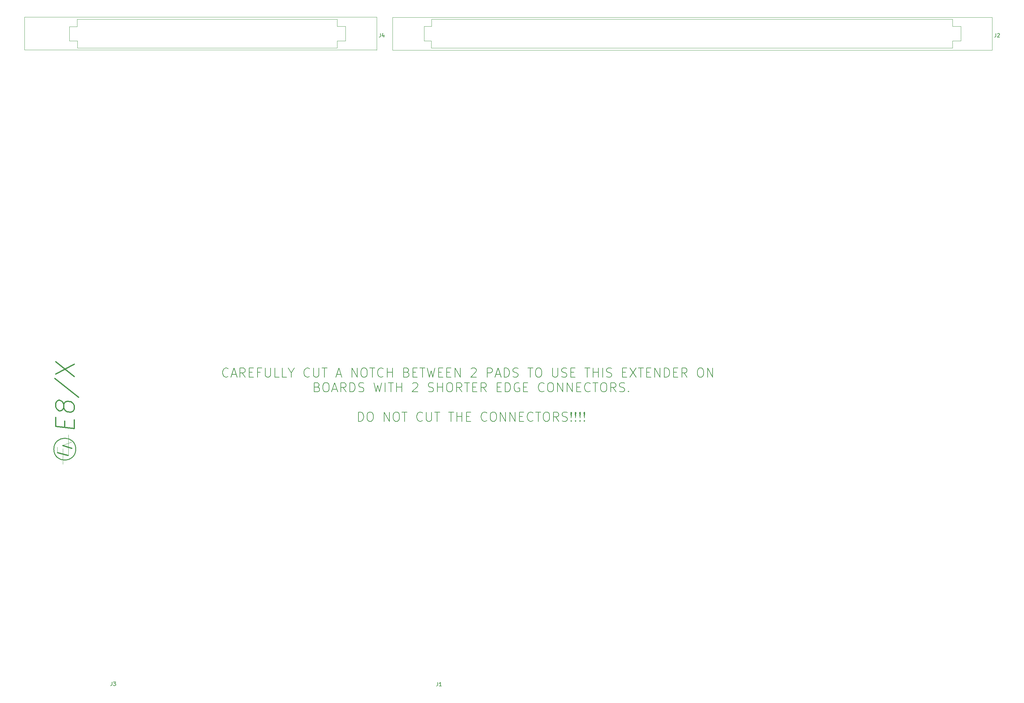
<source format=gbr>
%TF.GenerationSoftware,KiCad,Pcbnew,(6.0.4-0)*%
%TF.CreationDate,2024-05-14T14:00:00+10:00*%
%TF.ProjectId,EXTENDER CARDS,45585445-4e44-4455-9220-43415244532e,rev?*%
%TF.SameCoordinates,Original*%
%TF.FileFunction,Legend,Top*%
%TF.FilePolarity,Positive*%
%FSLAX46Y46*%
G04 Gerber Fmt 4.6, Leading zero omitted, Abs format (unit mm)*
G04 Created by KiCad (PCBNEW (6.0.4-0)) date 2024-05-14 14:00:00*
%MOMM*%
%LPD*%
G01*
G04 APERTURE LIST*
%ADD10C,0.150000*%
%ADD11C,0.300000*%
%ADD12C,0.240000*%
%ADD13C,0.120000*%
G04 APERTURE END LIST*
D10*
X116611904Y-119555357D02*
X116492857Y-119674404D01*
X116135714Y-119793452D01*
X115897619Y-119793452D01*
X115540476Y-119674404D01*
X115302380Y-119436309D01*
X115183333Y-119198214D01*
X115064285Y-118722023D01*
X115064285Y-118364880D01*
X115183333Y-117888690D01*
X115302380Y-117650595D01*
X115540476Y-117412500D01*
X115897619Y-117293452D01*
X116135714Y-117293452D01*
X116492857Y-117412500D01*
X116611904Y-117531547D01*
X117564285Y-119079166D02*
X118754761Y-119079166D01*
X117326190Y-119793452D02*
X118159523Y-117293452D01*
X118992857Y-119793452D01*
X121254761Y-119793452D02*
X120421428Y-118602976D01*
X119826190Y-119793452D02*
X119826190Y-117293452D01*
X120778571Y-117293452D01*
X121016666Y-117412500D01*
X121135714Y-117531547D01*
X121254761Y-117769642D01*
X121254761Y-118126785D01*
X121135714Y-118364880D01*
X121016666Y-118483928D01*
X120778571Y-118602976D01*
X119826190Y-118602976D01*
X122326190Y-118483928D02*
X123159523Y-118483928D01*
X123516666Y-119793452D02*
X122326190Y-119793452D01*
X122326190Y-117293452D01*
X123516666Y-117293452D01*
X125421428Y-118483928D02*
X124588095Y-118483928D01*
X124588095Y-119793452D02*
X124588095Y-117293452D01*
X125778571Y-117293452D01*
X126730952Y-117293452D02*
X126730952Y-119317261D01*
X126850000Y-119555357D01*
X126969047Y-119674404D01*
X127207142Y-119793452D01*
X127683333Y-119793452D01*
X127921428Y-119674404D01*
X128040476Y-119555357D01*
X128159523Y-119317261D01*
X128159523Y-117293452D01*
X130540476Y-119793452D02*
X129350000Y-119793452D01*
X129350000Y-117293452D01*
X132564285Y-119793452D02*
X131373809Y-119793452D01*
X131373809Y-117293452D01*
X133873809Y-118602976D02*
X133873809Y-119793452D01*
X133040476Y-117293452D02*
X133873809Y-118602976D01*
X134707142Y-117293452D01*
X138873809Y-119555357D02*
X138754761Y-119674404D01*
X138397619Y-119793452D01*
X138159523Y-119793452D01*
X137802380Y-119674404D01*
X137564285Y-119436309D01*
X137445238Y-119198214D01*
X137326190Y-118722023D01*
X137326190Y-118364880D01*
X137445238Y-117888690D01*
X137564285Y-117650595D01*
X137802380Y-117412500D01*
X138159523Y-117293452D01*
X138397619Y-117293452D01*
X138754761Y-117412500D01*
X138873809Y-117531547D01*
X139945238Y-117293452D02*
X139945238Y-119317261D01*
X140064285Y-119555357D01*
X140183333Y-119674404D01*
X140421428Y-119793452D01*
X140897619Y-119793452D01*
X141135714Y-119674404D01*
X141254761Y-119555357D01*
X141373809Y-119317261D01*
X141373809Y-117293452D01*
X142207142Y-117293452D02*
X143635714Y-117293452D01*
X142921428Y-119793452D02*
X142921428Y-117293452D01*
X146254761Y-119079166D02*
X147445238Y-119079166D01*
X146016666Y-119793452D02*
X146850000Y-117293452D01*
X147683333Y-119793452D01*
X150421428Y-119793452D02*
X150421428Y-117293452D01*
X151850000Y-119793452D01*
X151850000Y-117293452D01*
X153516666Y-117293452D02*
X153992857Y-117293452D01*
X154230952Y-117412500D01*
X154469047Y-117650595D01*
X154588095Y-118126785D01*
X154588095Y-118960119D01*
X154469047Y-119436309D01*
X154230952Y-119674404D01*
X153992857Y-119793452D01*
X153516666Y-119793452D01*
X153278571Y-119674404D01*
X153040476Y-119436309D01*
X152921428Y-118960119D01*
X152921428Y-118126785D01*
X153040476Y-117650595D01*
X153278571Y-117412500D01*
X153516666Y-117293452D01*
X155302380Y-117293452D02*
X156730952Y-117293452D01*
X156016666Y-119793452D02*
X156016666Y-117293452D01*
X158992857Y-119555357D02*
X158873809Y-119674404D01*
X158516666Y-119793452D01*
X158278571Y-119793452D01*
X157921428Y-119674404D01*
X157683333Y-119436309D01*
X157564285Y-119198214D01*
X157445238Y-118722023D01*
X157445238Y-118364880D01*
X157564285Y-117888690D01*
X157683333Y-117650595D01*
X157921428Y-117412500D01*
X158278571Y-117293452D01*
X158516666Y-117293452D01*
X158873809Y-117412500D01*
X158992857Y-117531547D01*
X160064285Y-119793452D02*
X160064285Y-117293452D01*
X160064285Y-118483928D02*
X161492857Y-118483928D01*
X161492857Y-119793452D02*
X161492857Y-117293452D01*
X165421428Y-118483928D02*
X165778571Y-118602976D01*
X165897619Y-118722023D01*
X166016666Y-118960119D01*
X166016666Y-119317261D01*
X165897619Y-119555357D01*
X165778571Y-119674404D01*
X165540476Y-119793452D01*
X164588095Y-119793452D01*
X164588095Y-117293452D01*
X165421428Y-117293452D01*
X165659523Y-117412500D01*
X165778571Y-117531547D01*
X165897619Y-117769642D01*
X165897619Y-118007738D01*
X165778571Y-118245833D01*
X165659523Y-118364880D01*
X165421428Y-118483928D01*
X164588095Y-118483928D01*
X167088095Y-118483928D02*
X167921428Y-118483928D01*
X168278571Y-119793452D02*
X167088095Y-119793452D01*
X167088095Y-117293452D01*
X168278571Y-117293452D01*
X168992857Y-117293452D02*
X170421428Y-117293452D01*
X169707142Y-119793452D02*
X169707142Y-117293452D01*
X171016666Y-117293452D02*
X171611904Y-119793452D01*
X172088095Y-118007738D01*
X172564285Y-119793452D01*
X173159523Y-117293452D01*
X174111904Y-118483928D02*
X174945238Y-118483928D01*
X175302380Y-119793452D02*
X174111904Y-119793452D01*
X174111904Y-117293452D01*
X175302380Y-117293452D01*
X176373809Y-118483928D02*
X177207142Y-118483928D01*
X177564285Y-119793452D02*
X176373809Y-119793452D01*
X176373809Y-117293452D01*
X177564285Y-117293452D01*
X178635714Y-119793452D02*
X178635714Y-117293452D01*
X180064285Y-119793452D01*
X180064285Y-117293452D01*
X183040476Y-117531547D02*
X183159523Y-117412500D01*
X183397619Y-117293452D01*
X183992857Y-117293452D01*
X184230952Y-117412500D01*
X184350000Y-117531547D01*
X184469047Y-117769642D01*
X184469047Y-118007738D01*
X184350000Y-118364880D01*
X182921428Y-119793452D01*
X184469047Y-119793452D01*
X187445238Y-119793452D02*
X187445238Y-117293452D01*
X188397619Y-117293452D01*
X188635714Y-117412500D01*
X188754761Y-117531547D01*
X188873809Y-117769642D01*
X188873809Y-118126785D01*
X188754761Y-118364880D01*
X188635714Y-118483928D01*
X188397619Y-118602976D01*
X187445238Y-118602976D01*
X189826190Y-119079166D02*
X191016666Y-119079166D01*
X189588095Y-119793452D02*
X190421428Y-117293452D01*
X191254761Y-119793452D01*
X192088095Y-119793452D02*
X192088095Y-117293452D01*
X192683333Y-117293452D01*
X193040476Y-117412500D01*
X193278571Y-117650595D01*
X193397619Y-117888690D01*
X193516666Y-118364880D01*
X193516666Y-118722023D01*
X193397619Y-119198214D01*
X193278571Y-119436309D01*
X193040476Y-119674404D01*
X192683333Y-119793452D01*
X192088095Y-119793452D01*
X194469047Y-119674404D02*
X194826190Y-119793452D01*
X195421428Y-119793452D01*
X195659523Y-119674404D01*
X195778571Y-119555357D01*
X195897619Y-119317261D01*
X195897619Y-119079166D01*
X195778571Y-118841071D01*
X195659523Y-118722023D01*
X195421428Y-118602976D01*
X194945238Y-118483928D01*
X194707142Y-118364880D01*
X194588095Y-118245833D01*
X194469047Y-118007738D01*
X194469047Y-117769642D01*
X194588095Y-117531547D01*
X194707142Y-117412500D01*
X194945238Y-117293452D01*
X195540476Y-117293452D01*
X195897619Y-117412500D01*
X198516666Y-117293452D02*
X199945238Y-117293452D01*
X199230952Y-119793452D02*
X199230952Y-117293452D01*
X201254761Y-117293452D02*
X201730952Y-117293452D01*
X201969047Y-117412500D01*
X202207142Y-117650595D01*
X202326190Y-118126785D01*
X202326190Y-118960119D01*
X202207142Y-119436309D01*
X201969047Y-119674404D01*
X201730952Y-119793452D01*
X201254761Y-119793452D01*
X201016666Y-119674404D01*
X200778571Y-119436309D01*
X200659523Y-118960119D01*
X200659523Y-118126785D01*
X200778571Y-117650595D01*
X201016666Y-117412500D01*
X201254761Y-117293452D01*
X205302380Y-117293452D02*
X205302380Y-119317261D01*
X205421428Y-119555357D01*
X205540476Y-119674404D01*
X205778571Y-119793452D01*
X206254761Y-119793452D01*
X206492857Y-119674404D01*
X206611904Y-119555357D01*
X206730952Y-119317261D01*
X206730952Y-117293452D01*
X207802380Y-119674404D02*
X208159523Y-119793452D01*
X208754761Y-119793452D01*
X208992857Y-119674404D01*
X209111904Y-119555357D01*
X209230952Y-119317261D01*
X209230952Y-119079166D01*
X209111904Y-118841071D01*
X208992857Y-118722023D01*
X208754761Y-118602976D01*
X208278571Y-118483928D01*
X208040476Y-118364880D01*
X207921428Y-118245833D01*
X207802380Y-118007738D01*
X207802380Y-117769642D01*
X207921428Y-117531547D01*
X208040476Y-117412500D01*
X208278571Y-117293452D01*
X208873809Y-117293452D01*
X209230952Y-117412500D01*
X210302380Y-118483928D02*
X211135714Y-118483928D01*
X211492857Y-119793452D02*
X210302380Y-119793452D01*
X210302380Y-117293452D01*
X211492857Y-117293452D01*
X214111904Y-117293452D02*
X215540476Y-117293452D01*
X214826190Y-119793452D02*
X214826190Y-117293452D01*
X216373809Y-119793452D02*
X216373809Y-117293452D01*
X216373809Y-118483928D02*
X217802380Y-118483928D01*
X217802380Y-119793452D02*
X217802380Y-117293452D01*
X218992857Y-119793452D02*
X218992857Y-117293452D01*
X220064285Y-119674404D02*
X220421428Y-119793452D01*
X221016666Y-119793452D01*
X221254761Y-119674404D01*
X221373809Y-119555357D01*
X221492857Y-119317261D01*
X221492857Y-119079166D01*
X221373809Y-118841071D01*
X221254761Y-118722023D01*
X221016666Y-118602976D01*
X220540476Y-118483928D01*
X220302380Y-118364880D01*
X220183333Y-118245833D01*
X220064285Y-118007738D01*
X220064285Y-117769642D01*
X220183333Y-117531547D01*
X220302380Y-117412500D01*
X220540476Y-117293452D01*
X221135714Y-117293452D01*
X221492857Y-117412500D01*
X224469047Y-118483928D02*
X225302380Y-118483928D01*
X225659523Y-119793452D02*
X224469047Y-119793452D01*
X224469047Y-117293452D01*
X225659523Y-117293452D01*
X226492857Y-117293452D02*
X228159523Y-119793452D01*
X228159523Y-117293452D02*
X226492857Y-119793452D01*
X228754761Y-117293452D02*
X230183333Y-117293452D01*
X229469047Y-119793452D02*
X229469047Y-117293452D01*
X231016666Y-118483928D02*
X231850000Y-118483928D01*
X232207142Y-119793452D02*
X231016666Y-119793452D01*
X231016666Y-117293452D01*
X232207142Y-117293452D01*
X233278571Y-119793452D02*
X233278571Y-117293452D01*
X234707142Y-119793452D01*
X234707142Y-117293452D01*
X235897619Y-119793452D02*
X235897619Y-117293452D01*
X236492857Y-117293452D01*
X236850000Y-117412500D01*
X237088095Y-117650595D01*
X237207142Y-117888690D01*
X237326190Y-118364880D01*
X237326190Y-118722023D01*
X237207142Y-119198214D01*
X237088095Y-119436309D01*
X236850000Y-119674404D01*
X236492857Y-119793452D01*
X235897619Y-119793452D01*
X238397619Y-118483928D02*
X239230952Y-118483928D01*
X239588095Y-119793452D02*
X238397619Y-119793452D01*
X238397619Y-117293452D01*
X239588095Y-117293452D01*
X242088095Y-119793452D02*
X241254761Y-118602976D01*
X240659523Y-119793452D02*
X240659523Y-117293452D01*
X241611904Y-117293452D01*
X241850000Y-117412500D01*
X241969047Y-117531547D01*
X242088095Y-117769642D01*
X242088095Y-118126785D01*
X241969047Y-118364880D01*
X241850000Y-118483928D01*
X241611904Y-118602976D01*
X240659523Y-118602976D01*
X245540476Y-117293452D02*
X246016666Y-117293452D01*
X246254761Y-117412500D01*
X246492857Y-117650595D01*
X246611904Y-118126785D01*
X246611904Y-118960119D01*
X246492857Y-119436309D01*
X246254761Y-119674404D01*
X246016666Y-119793452D01*
X245540476Y-119793452D01*
X245302380Y-119674404D01*
X245064285Y-119436309D01*
X244945238Y-118960119D01*
X244945238Y-118126785D01*
X245064285Y-117650595D01*
X245302380Y-117412500D01*
X245540476Y-117293452D01*
X247683333Y-119793452D02*
X247683333Y-117293452D01*
X249111904Y-119793452D01*
X249111904Y-117293452D01*
X140957142Y-122508928D02*
X141314285Y-122627976D01*
X141433333Y-122747023D01*
X141552380Y-122985119D01*
X141552380Y-123342261D01*
X141433333Y-123580357D01*
X141314285Y-123699404D01*
X141076190Y-123818452D01*
X140123809Y-123818452D01*
X140123809Y-121318452D01*
X140957142Y-121318452D01*
X141195238Y-121437500D01*
X141314285Y-121556547D01*
X141433333Y-121794642D01*
X141433333Y-122032738D01*
X141314285Y-122270833D01*
X141195238Y-122389880D01*
X140957142Y-122508928D01*
X140123809Y-122508928D01*
X143100000Y-121318452D02*
X143576190Y-121318452D01*
X143814285Y-121437500D01*
X144052380Y-121675595D01*
X144171428Y-122151785D01*
X144171428Y-122985119D01*
X144052380Y-123461309D01*
X143814285Y-123699404D01*
X143576190Y-123818452D01*
X143100000Y-123818452D01*
X142861904Y-123699404D01*
X142623809Y-123461309D01*
X142504761Y-122985119D01*
X142504761Y-122151785D01*
X142623809Y-121675595D01*
X142861904Y-121437500D01*
X143100000Y-121318452D01*
X145123809Y-123104166D02*
X146314285Y-123104166D01*
X144885714Y-123818452D02*
X145719047Y-121318452D01*
X146552380Y-123818452D01*
X148814285Y-123818452D02*
X147980952Y-122627976D01*
X147385714Y-123818452D02*
X147385714Y-121318452D01*
X148338095Y-121318452D01*
X148576190Y-121437500D01*
X148695238Y-121556547D01*
X148814285Y-121794642D01*
X148814285Y-122151785D01*
X148695238Y-122389880D01*
X148576190Y-122508928D01*
X148338095Y-122627976D01*
X147385714Y-122627976D01*
X149885714Y-123818452D02*
X149885714Y-121318452D01*
X150480952Y-121318452D01*
X150838095Y-121437500D01*
X151076190Y-121675595D01*
X151195238Y-121913690D01*
X151314285Y-122389880D01*
X151314285Y-122747023D01*
X151195238Y-123223214D01*
X151076190Y-123461309D01*
X150838095Y-123699404D01*
X150480952Y-123818452D01*
X149885714Y-123818452D01*
X152266666Y-123699404D02*
X152623809Y-123818452D01*
X153219047Y-123818452D01*
X153457142Y-123699404D01*
X153576190Y-123580357D01*
X153695238Y-123342261D01*
X153695238Y-123104166D01*
X153576190Y-122866071D01*
X153457142Y-122747023D01*
X153219047Y-122627976D01*
X152742857Y-122508928D01*
X152504761Y-122389880D01*
X152385714Y-122270833D01*
X152266666Y-122032738D01*
X152266666Y-121794642D01*
X152385714Y-121556547D01*
X152504761Y-121437500D01*
X152742857Y-121318452D01*
X153338095Y-121318452D01*
X153695238Y-121437500D01*
X156433333Y-121318452D02*
X157028571Y-123818452D01*
X157504761Y-122032738D01*
X157980952Y-123818452D01*
X158576190Y-121318452D01*
X159528571Y-123818452D02*
X159528571Y-121318452D01*
X160361904Y-121318452D02*
X161790476Y-121318452D01*
X161076190Y-123818452D02*
X161076190Y-121318452D01*
X162623809Y-123818452D02*
X162623809Y-121318452D01*
X162623809Y-122508928D02*
X164052380Y-122508928D01*
X164052380Y-123818452D02*
X164052380Y-121318452D01*
X167028571Y-121556547D02*
X167147619Y-121437500D01*
X167385714Y-121318452D01*
X167980952Y-121318452D01*
X168219047Y-121437500D01*
X168338095Y-121556547D01*
X168457142Y-121794642D01*
X168457142Y-122032738D01*
X168338095Y-122389880D01*
X166909523Y-123818452D01*
X168457142Y-123818452D01*
X171314285Y-123699404D02*
X171671428Y-123818452D01*
X172266666Y-123818452D01*
X172504761Y-123699404D01*
X172623809Y-123580357D01*
X172742857Y-123342261D01*
X172742857Y-123104166D01*
X172623809Y-122866071D01*
X172504761Y-122747023D01*
X172266666Y-122627976D01*
X171790476Y-122508928D01*
X171552380Y-122389880D01*
X171433333Y-122270833D01*
X171314285Y-122032738D01*
X171314285Y-121794642D01*
X171433333Y-121556547D01*
X171552380Y-121437500D01*
X171790476Y-121318452D01*
X172385714Y-121318452D01*
X172742857Y-121437500D01*
X173814285Y-123818452D02*
X173814285Y-121318452D01*
X173814285Y-122508928D02*
X175242857Y-122508928D01*
X175242857Y-123818452D02*
X175242857Y-121318452D01*
X176909523Y-121318452D02*
X177385714Y-121318452D01*
X177623809Y-121437500D01*
X177861904Y-121675595D01*
X177980952Y-122151785D01*
X177980952Y-122985119D01*
X177861904Y-123461309D01*
X177623809Y-123699404D01*
X177385714Y-123818452D01*
X176909523Y-123818452D01*
X176671428Y-123699404D01*
X176433333Y-123461309D01*
X176314285Y-122985119D01*
X176314285Y-122151785D01*
X176433333Y-121675595D01*
X176671428Y-121437500D01*
X176909523Y-121318452D01*
X180480952Y-123818452D02*
X179647619Y-122627976D01*
X179052380Y-123818452D02*
X179052380Y-121318452D01*
X180004761Y-121318452D01*
X180242857Y-121437500D01*
X180361904Y-121556547D01*
X180480952Y-121794642D01*
X180480952Y-122151785D01*
X180361904Y-122389880D01*
X180242857Y-122508928D01*
X180004761Y-122627976D01*
X179052380Y-122627976D01*
X181195238Y-121318452D02*
X182623809Y-121318452D01*
X181909523Y-123818452D02*
X181909523Y-121318452D01*
X183457142Y-122508928D02*
X184290476Y-122508928D01*
X184647619Y-123818452D02*
X183457142Y-123818452D01*
X183457142Y-121318452D01*
X184647619Y-121318452D01*
X187147619Y-123818452D02*
X186314285Y-122627976D01*
X185719047Y-123818452D02*
X185719047Y-121318452D01*
X186671428Y-121318452D01*
X186909523Y-121437500D01*
X187028571Y-121556547D01*
X187147619Y-121794642D01*
X187147619Y-122151785D01*
X187028571Y-122389880D01*
X186909523Y-122508928D01*
X186671428Y-122627976D01*
X185719047Y-122627976D01*
X190123809Y-122508928D02*
X190957142Y-122508928D01*
X191314285Y-123818452D02*
X190123809Y-123818452D01*
X190123809Y-121318452D01*
X191314285Y-121318452D01*
X192385714Y-123818452D02*
X192385714Y-121318452D01*
X192980952Y-121318452D01*
X193338095Y-121437500D01*
X193576190Y-121675595D01*
X193695238Y-121913690D01*
X193814285Y-122389880D01*
X193814285Y-122747023D01*
X193695238Y-123223214D01*
X193576190Y-123461309D01*
X193338095Y-123699404D01*
X192980952Y-123818452D01*
X192385714Y-123818452D01*
X196195238Y-121437500D02*
X195957142Y-121318452D01*
X195600000Y-121318452D01*
X195242857Y-121437500D01*
X195004761Y-121675595D01*
X194885714Y-121913690D01*
X194766666Y-122389880D01*
X194766666Y-122747023D01*
X194885714Y-123223214D01*
X195004761Y-123461309D01*
X195242857Y-123699404D01*
X195600000Y-123818452D01*
X195838095Y-123818452D01*
X196195238Y-123699404D01*
X196314285Y-123580357D01*
X196314285Y-122747023D01*
X195838095Y-122747023D01*
X197385714Y-122508928D02*
X198219047Y-122508928D01*
X198576190Y-123818452D02*
X197385714Y-123818452D01*
X197385714Y-121318452D01*
X198576190Y-121318452D01*
X202980952Y-123580357D02*
X202861904Y-123699404D01*
X202504761Y-123818452D01*
X202266666Y-123818452D01*
X201909523Y-123699404D01*
X201671428Y-123461309D01*
X201552380Y-123223214D01*
X201433333Y-122747023D01*
X201433333Y-122389880D01*
X201552380Y-121913690D01*
X201671428Y-121675595D01*
X201909523Y-121437500D01*
X202266666Y-121318452D01*
X202504761Y-121318452D01*
X202861904Y-121437500D01*
X202980952Y-121556547D01*
X204528571Y-121318452D02*
X205004761Y-121318452D01*
X205242857Y-121437500D01*
X205480952Y-121675595D01*
X205600000Y-122151785D01*
X205600000Y-122985119D01*
X205480952Y-123461309D01*
X205242857Y-123699404D01*
X205004761Y-123818452D01*
X204528571Y-123818452D01*
X204290476Y-123699404D01*
X204052380Y-123461309D01*
X203933333Y-122985119D01*
X203933333Y-122151785D01*
X204052380Y-121675595D01*
X204290476Y-121437500D01*
X204528571Y-121318452D01*
X206671428Y-123818452D02*
X206671428Y-121318452D01*
X208100000Y-123818452D01*
X208100000Y-121318452D01*
X209290476Y-123818452D02*
X209290476Y-121318452D01*
X210719047Y-123818452D01*
X210719047Y-121318452D01*
X211909523Y-122508928D02*
X212742857Y-122508928D01*
X213099999Y-123818452D02*
X211909523Y-123818452D01*
X211909523Y-121318452D01*
X213099999Y-121318452D01*
X215599999Y-123580357D02*
X215480952Y-123699404D01*
X215123809Y-123818452D01*
X214885714Y-123818452D01*
X214528571Y-123699404D01*
X214290476Y-123461309D01*
X214171428Y-123223214D01*
X214052380Y-122747023D01*
X214052380Y-122389880D01*
X214171428Y-121913690D01*
X214290476Y-121675595D01*
X214528571Y-121437500D01*
X214885714Y-121318452D01*
X215123809Y-121318452D01*
X215480952Y-121437500D01*
X215599999Y-121556547D01*
X216314285Y-121318452D02*
X217742857Y-121318452D01*
X217028571Y-123818452D02*
X217028571Y-121318452D01*
X219052380Y-121318452D02*
X219528571Y-121318452D01*
X219766666Y-121437500D01*
X220004761Y-121675595D01*
X220123809Y-122151785D01*
X220123809Y-122985119D01*
X220004761Y-123461309D01*
X219766666Y-123699404D01*
X219528571Y-123818452D01*
X219052380Y-123818452D01*
X218814285Y-123699404D01*
X218576190Y-123461309D01*
X218457142Y-122985119D01*
X218457142Y-122151785D01*
X218576190Y-121675595D01*
X218814285Y-121437500D01*
X219052380Y-121318452D01*
X222623809Y-123818452D02*
X221790476Y-122627976D01*
X221195238Y-123818452D02*
X221195238Y-121318452D01*
X222147619Y-121318452D01*
X222385714Y-121437500D01*
X222504761Y-121556547D01*
X222623809Y-121794642D01*
X222623809Y-122151785D01*
X222504761Y-122389880D01*
X222385714Y-122508928D01*
X222147619Y-122627976D01*
X221195238Y-122627976D01*
X223576190Y-123699404D02*
X223933333Y-123818452D01*
X224528571Y-123818452D01*
X224766666Y-123699404D01*
X224885714Y-123580357D01*
X225004761Y-123342261D01*
X225004761Y-123104166D01*
X224885714Y-122866071D01*
X224766666Y-122747023D01*
X224528571Y-122627976D01*
X224052380Y-122508928D01*
X223814285Y-122389880D01*
X223695238Y-122270833D01*
X223576190Y-122032738D01*
X223576190Y-121794642D01*
X223695238Y-121556547D01*
X223814285Y-121437500D01*
X224052380Y-121318452D01*
X224647619Y-121318452D01*
X225004761Y-121437500D01*
X226076190Y-123580357D02*
X226195238Y-123699404D01*
X226076190Y-123818452D01*
X225957142Y-123699404D01*
X226076190Y-123580357D01*
X226076190Y-123818452D01*
X152207142Y-131868452D02*
X152207142Y-129368452D01*
X152802380Y-129368452D01*
X153159523Y-129487500D01*
X153397619Y-129725595D01*
X153516666Y-129963690D01*
X153635714Y-130439880D01*
X153635714Y-130797023D01*
X153516666Y-131273214D01*
X153397619Y-131511309D01*
X153159523Y-131749404D01*
X152802380Y-131868452D01*
X152207142Y-131868452D01*
X155183333Y-129368452D02*
X155659523Y-129368452D01*
X155897619Y-129487500D01*
X156135714Y-129725595D01*
X156254761Y-130201785D01*
X156254761Y-131035119D01*
X156135714Y-131511309D01*
X155897619Y-131749404D01*
X155659523Y-131868452D01*
X155183333Y-131868452D01*
X154945238Y-131749404D01*
X154707142Y-131511309D01*
X154588095Y-131035119D01*
X154588095Y-130201785D01*
X154707142Y-129725595D01*
X154945238Y-129487500D01*
X155183333Y-129368452D01*
X159230952Y-131868452D02*
X159230952Y-129368452D01*
X160659523Y-131868452D01*
X160659523Y-129368452D01*
X162326190Y-129368452D02*
X162802380Y-129368452D01*
X163040476Y-129487500D01*
X163278571Y-129725595D01*
X163397619Y-130201785D01*
X163397619Y-131035119D01*
X163278571Y-131511309D01*
X163040476Y-131749404D01*
X162802380Y-131868452D01*
X162326190Y-131868452D01*
X162088095Y-131749404D01*
X161850000Y-131511309D01*
X161730952Y-131035119D01*
X161730952Y-130201785D01*
X161850000Y-129725595D01*
X162088095Y-129487500D01*
X162326190Y-129368452D01*
X164111904Y-129368452D02*
X165540476Y-129368452D01*
X164826190Y-131868452D02*
X164826190Y-129368452D01*
X169707142Y-131630357D02*
X169588095Y-131749404D01*
X169230952Y-131868452D01*
X168992857Y-131868452D01*
X168635714Y-131749404D01*
X168397619Y-131511309D01*
X168278571Y-131273214D01*
X168159523Y-130797023D01*
X168159523Y-130439880D01*
X168278571Y-129963690D01*
X168397619Y-129725595D01*
X168635714Y-129487500D01*
X168992857Y-129368452D01*
X169230952Y-129368452D01*
X169588095Y-129487500D01*
X169707142Y-129606547D01*
X170778571Y-129368452D02*
X170778571Y-131392261D01*
X170897619Y-131630357D01*
X171016666Y-131749404D01*
X171254761Y-131868452D01*
X171730952Y-131868452D01*
X171969047Y-131749404D01*
X172088095Y-131630357D01*
X172207142Y-131392261D01*
X172207142Y-129368452D01*
X173040476Y-129368452D02*
X174469047Y-129368452D01*
X173754761Y-131868452D02*
X173754761Y-129368452D01*
X176850000Y-129368452D02*
X178278571Y-129368452D01*
X177564285Y-131868452D02*
X177564285Y-129368452D01*
X179111904Y-131868452D02*
X179111904Y-129368452D01*
X179111904Y-130558928D02*
X180540476Y-130558928D01*
X180540476Y-131868452D02*
X180540476Y-129368452D01*
X181730952Y-130558928D02*
X182564285Y-130558928D01*
X182921428Y-131868452D02*
X181730952Y-131868452D01*
X181730952Y-129368452D01*
X182921428Y-129368452D01*
X187326190Y-131630357D02*
X187207142Y-131749404D01*
X186850000Y-131868452D01*
X186611904Y-131868452D01*
X186254761Y-131749404D01*
X186016666Y-131511309D01*
X185897619Y-131273214D01*
X185778571Y-130797023D01*
X185778571Y-130439880D01*
X185897619Y-129963690D01*
X186016666Y-129725595D01*
X186254761Y-129487500D01*
X186611904Y-129368452D01*
X186850000Y-129368452D01*
X187207142Y-129487500D01*
X187326190Y-129606547D01*
X188873809Y-129368452D02*
X189350000Y-129368452D01*
X189588095Y-129487500D01*
X189826190Y-129725595D01*
X189945238Y-130201785D01*
X189945238Y-131035119D01*
X189826190Y-131511309D01*
X189588095Y-131749404D01*
X189350000Y-131868452D01*
X188873809Y-131868452D01*
X188635714Y-131749404D01*
X188397619Y-131511309D01*
X188278571Y-131035119D01*
X188278571Y-130201785D01*
X188397619Y-129725595D01*
X188635714Y-129487500D01*
X188873809Y-129368452D01*
X191016666Y-131868452D02*
X191016666Y-129368452D01*
X192445238Y-131868452D01*
X192445238Y-129368452D01*
X193635714Y-131868452D02*
X193635714Y-129368452D01*
X195064285Y-131868452D01*
X195064285Y-129368452D01*
X196254761Y-130558928D02*
X197088095Y-130558928D01*
X197445238Y-131868452D02*
X196254761Y-131868452D01*
X196254761Y-129368452D01*
X197445238Y-129368452D01*
X199945238Y-131630357D02*
X199826190Y-131749404D01*
X199469047Y-131868452D01*
X199230952Y-131868452D01*
X198873809Y-131749404D01*
X198635714Y-131511309D01*
X198516666Y-131273214D01*
X198397619Y-130797023D01*
X198397619Y-130439880D01*
X198516666Y-129963690D01*
X198635714Y-129725595D01*
X198873809Y-129487500D01*
X199230952Y-129368452D01*
X199469047Y-129368452D01*
X199826190Y-129487500D01*
X199945238Y-129606547D01*
X200659523Y-129368452D02*
X202088095Y-129368452D01*
X201373809Y-131868452D02*
X201373809Y-129368452D01*
X203397619Y-129368452D02*
X203873809Y-129368452D01*
X204111904Y-129487500D01*
X204350000Y-129725595D01*
X204469047Y-130201785D01*
X204469047Y-131035119D01*
X204350000Y-131511309D01*
X204111904Y-131749404D01*
X203873809Y-131868452D01*
X203397619Y-131868452D01*
X203159523Y-131749404D01*
X202921428Y-131511309D01*
X202802380Y-131035119D01*
X202802380Y-130201785D01*
X202921428Y-129725595D01*
X203159523Y-129487500D01*
X203397619Y-129368452D01*
X206969047Y-131868452D02*
X206135714Y-130677976D01*
X205540476Y-131868452D02*
X205540476Y-129368452D01*
X206492857Y-129368452D01*
X206730952Y-129487500D01*
X206850000Y-129606547D01*
X206969047Y-129844642D01*
X206969047Y-130201785D01*
X206850000Y-130439880D01*
X206730952Y-130558928D01*
X206492857Y-130677976D01*
X205540476Y-130677976D01*
X207921428Y-131749404D02*
X208278571Y-131868452D01*
X208873809Y-131868452D01*
X209111904Y-131749404D01*
X209230952Y-131630357D01*
X209350000Y-131392261D01*
X209350000Y-131154166D01*
X209230952Y-130916071D01*
X209111904Y-130797023D01*
X208873809Y-130677976D01*
X208397619Y-130558928D01*
X208159523Y-130439880D01*
X208040476Y-130320833D01*
X207921428Y-130082738D01*
X207921428Y-129844642D01*
X208040476Y-129606547D01*
X208159523Y-129487500D01*
X208397619Y-129368452D01*
X208992857Y-129368452D01*
X209350000Y-129487500D01*
X210421428Y-131630357D02*
X210540476Y-131749404D01*
X210421428Y-131868452D01*
X210302380Y-131749404D01*
X210421428Y-131630357D01*
X210421428Y-131868452D01*
X210421428Y-130916071D02*
X210302380Y-129487500D01*
X210421428Y-129368452D01*
X210540476Y-129487500D01*
X210421428Y-130916071D01*
X210421428Y-129368452D01*
X211611904Y-131630357D02*
X211730952Y-131749404D01*
X211611904Y-131868452D01*
X211492857Y-131749404D01*
X211611904Y-131630357D01*
X211611904Y-131868452D01*
X211611904Y-130916071D02*
X211492857Y-129487500D01*
X211611904Y-129368452D01*
X211730952Y-129487500D01*
X211611904Y-130916071D01*
X211611904Y-129368452D01*
X212802380Y-131630357D02*
X212921428Y-131749404D01*
X212802380Y-131868452D01*
X212683333Y-131749404D01*
X212802380Y-131630357D01*
X212802380Y-131868452D01*
X212802380Y-130916071D02*
X212683333Y-129487500D01*
X212802380Y-129368452D01*
X212921428Y-129487500D01*
X212802380Y-130916071D01*
X212802380Y-129368452D01*
X213992857Y-131630357D02*
X214111904Y-131749404D01*
X213992857Y-131868452D01*
X213873809Y-131749404D01*
X213992857Y-131630357D01*
X213992857Y-131868452D01*
X213992857Y-130916071D02*
X213873809Y-129487500D01*
X213992857Y-129368452D01*
X214111904Y-129487500D01*
X213992857Y-130916071D01*
X213992857Y-129368452D01*
D11*
X71837142Y-133535936D02*
X71837142Y-131842603D01*
X74498095Y-131449508D02*
X74498095Y-133868555D01*
X69418095Y-133233555D01*
X69418095Y-130814508D01*
X71595238Y-128183794D02*
X71353333Y-128637365D01*
X71111428Y-128849032D01*
X70627619Y-129030460D01*
X70385714Y-129000222D01*
X69901904Y-128697841D01*
X69660000Y-128425698D01*
X69418095Y-127911651D01*
X69418095Y-126944032D01*
X69660000Y-126490460D01*
X69901904Y-126278794D01*
X70385714Y-126097365D01*
X70627619Y-126127603D01*
X71111428Y-126429984D01*
X71353333Y-126702127D01*
X71595238Y-127216175D01*
X71595238Y-128183794D01*
X71837142Y-128697841D01*
X72079047Y-128969984D01*
X72562857Y-129272365D01*
X73530476Y-129393317D01*
X74014285Y-129211889D01*
X74256190Y-129000222D01*
X74498095Y-128546651D01*
X74498095Y-127579032D01*
X74256190Y-127064984D01*
X74014285Y-126792841D01*
X73530476Y-126490460D01*
X72562857Y-126369508D01*
X72079047Y-126550936D01*
X71837142Y-126762603D01*
X71595238Y-127216175D01*
X69176190Y-120140460D02*
X75707619Y-125311175D01*
X69418095Y-118961175D02*
X74498095Y-116209508D01*
X69418095Y-115574508D02*
X74498095Y-119596175D01*
D10*
%TO.C,J3*%
X84805866Y-203208380D02*
X84805866Y-203922666D01*
X84758247Y-204065523D01*
X84663009Y-204160761D01*
X84520152Y-204208380D01*
X84424914Y-204208380D01*
X85186819Y-203208380D02*
X85805866Y-203208380D01*
X85472533Y-203589333D01*
X85615390Y-203589333D01*
X85710628Y-203636952D01*
X85758247Y-203684571D01*
X85805866Y-203779809D01*
X85805866Y-204017904D01*
X85758247Y-204113142D01*
X85710628Y-204160761D01*
X85615390Y-204208380D01*
X85329676Y-204208380D01*
X85234438Y-204160761D01*
X85186819Y-204113142D01*
%TO.C,J2*%
X326566666Y-25752380D02*
X326566666Y-26466666D01*
X326519047Y-26609523D01*
X326423809Y-26704761D01*
X326280952Y-26752380D01*
X326185714Y-26752380D01*
X326995238Y-25847619D02*
X327042857Y-25800000D01*
X327138095Y-25752380D01*
X327376190Y-25752380D01*
X327471428Y-25800000D01*
X327519047Y-25847619D01*
X327566666Y-25942857D01*
X327566666Y-26038095D01*
X327519047Y-26180952D01*
X326947619Y-26752380D01*
X327566666Y-26752380D01*
%TO.C,J4*%
X158266666Y-25742380D02*
X158266666Y-26456666D01*
X158219047Y-26599523D01*
X158123809Y-26694761D01*
X157980952Y-26742380D01*
X157885714Y-26742380D01*
X159171428Y-26075714D02*
X159171428Y-26742380D01*
X158933333Y-25694761D02*
X158695238Y-26409047D01*
X159314285Y-26409047D01*
%TO.C,J1*%
X173907066Y-203302380D02*
X173907066Y-204016666D01*
X173859447Y-204159523D01*
X173764209Y-204254761D01*
X173621352Y-204302380D01*
X173526114Y-204302380D01*
X174907066Y-204302380D02*
X174335638Y-204302380D01*
X174621352Y-204302380D02*
X174621352Y-203302380D01*
X174526114Y-203445238D01*
X174430876Y-203540476D01*
X174335638Y-203588095D01*
D12*
%TO.C,REF\u002A\u002A*%
X74900000Y-139500000D02*
G75*
G03*
X74900000Y-139500000I-3000000J0D01*
G01*
D11*
X69900000Y-140500000D02*
X72800000Y-141200000D01*
D13*
X69830000Y-140540000D02*
X69830000Y-138930000D01*
X71370000Y-143590000D02*
X71370000Y-139390000D01*
X72850000Y-141250000D02*
X72850000Y-135550000D01*
D11*
X71400000Y-138500000D02*
X73800000Y-139300000D01*
D13*
X71390000Y-138460000D02*
X73860000Y-137500000D01*
%TO.C,J2*%
X172120000Y-29760000D02*
X172120000Y-29710000D01*
X172310000Y-29760000D02*
X172120000Y-29760000D01*
X314680000Y-29760000D02*
X172310000Y-29760000D01*
X172120000Y-27780000D02*
X172120000Y-29710000D01*
X170140000Y-27780000D02*
X172120000Y-27780000D01*
X170140000Y-23830000D02*
X170140000Y-27780000D01*
X172170000Y-23830000D02*
X170140000Y-23830000D01*
X172170000Y-21840000D02*
X172170000Y-23830000D01*
X314680000Y-21840000D02*
X172170000Y-21840000D01*
X314680000Y-23820000D02*
X314680000Y-21840000D01*
X316960000Y-23820000D02*
X314680000Y-23820000D01*
X316960000Y-27770000D02*
X316960000Y-23820000D01*
X314680000Y-27770000D02*
X316960000Y-27770000D01*
X314680000Y-29760000D02*
X314680000Y-27770000D01*
X161510000Y-21300000D02*
X325520000Y-21300000D01*
X161510000Y-30300000D02*
X161510000Y-21300000D01*
X325520000Y-30300000D02*
X161510000Y-30300000D01*
X325520000Y-21320000D02*
X325520000Y-30300000D01*
%TO.C,J4*%
X157220000Y-21290000D02*
X60908000Y-21260000D01*
X60908000Y-30260000D02*
X157160000Y-30260000D01*
X75260000Y-21860000D02*
X146380000Y-21830000D01*
X75360000Y-29760000D02*
X146380000Y-29750000D01*
X60908000Y-30260000D02*
X60908000Y-21260000D01*
X75260000Y-23860000D02*
X75260000Y-21860000D01*
X73160000Y-23860000D02*
X75260000Y-23860000D01*
X75360000Y-27760000D02*
X75360000Y-29760000D01*
X73120000Y-27760000D02*
X75360000Y-27760000D01*
X73120000Y-27760000D02*
X73120000Y-23860000D01*
X146380000Y-23810000D02*
X146380000Y-21830000D01*
X148660000Y-23810000D02*
X146380000Y-23810000D01*
X148660000Y-27760000D02*
X148660000Y-23810000D01*
X146380000Y-27760000D02*
X148660000Y-27760000D01*
X146380000Y-29750000D02*
X146380000Y-27760000D01*
X157220000Y-21310000D02*
X157220000Y-30290000D01*
%TD*%
M02*

</source>
